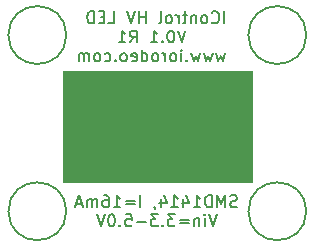
<source format=gbo>
%TF.GenerationSoftware,KiCad,Pcbnew,9.0.4-9.0.4-0~ubuntu22.04.1*%
%TF.CreationDate,2026-02-19T12:30:54-08:00*%
%TF.ProjectId,SMD1414_16mA,534d4431-3431-4345-9f31-366d412e6b69,rev?*%
%TF.SameCoordinates,Original*%
%TF.FileFunction,Legend,Bot*%
%TF.FilePolarity,Positive*%
%FSLAX46Y46*%
G04 Gerber Fmt 4.6, Leading zero omitted, Abs format (unit mm)*
G04 Created by KiCad (PCBNEW 9.0.4-9.0.4-0~ubuntu22.04.1) date 2026-02-19 12:30:54*
%MOMM*%
%LPD*%
G01*
G04 APERTURE LIST*
%ADD10C,0.120000*%
%ADD11C,0.150000*%
G04 APERTURE END LIST*
D10*
X54700000Y-55600000D02*
X70700000Y-55600000D01*
X70700000Y-65000000D01*
X54700000Y-65000000D01*
X54700000Y-55600000D01*
G36*
X54700000Y-55600000D02*
G01*
X70700000Y-55600000D01*
X70700000Y-65000000D01*
X54700000Y-65000000D01*
X54700000Y-55600000D01*
G37*
D11*
X69435713Y-67057200D02*
X69292856Y-67104819D01*
X69292856Y-67104819D02*
X69054761Y-67104819D01*
X69054761Y-67104819D02*
X68959523Y-67057200D01*
X68959523Y-67057200D02*
X68911904Y-67009580D01*
X68911904Y-67009580D02*
X68864285Y-66914342D01*
X68864285Y-66914342D02*
X68864285Y-66819104D01*
X68864285Y-66819104D02*
X68911904Y-66723866D01*
X68911904Y-66723866D02*
X68959523Y-66676247D01*
X68959523Y-66676247D02*
X69054761Y-66628628D01*
X69054761Y-66628628D02*
X69245237Y-66581009D01*
X69245237Y-66581009D02*
X69340475Y-66533390D01*
X69340475Y-66533390D02*
X69388094Y-66485771D01*
X69388094Y-66485771D02*
X69435713Y-66390533D01*
X69435713Y-66390533D02*
X69435713Y-66295295D01*
X69435713Y-66295295D02*
X69388094Y-66200057D01*
X69388094Y-66200057D02*
X69340475Y-66152438D01*
X69340475Y-66152438D02*
X69245237Y-66104819D01*
X69245237Y-66104819D02*
X69007142Y-66104819D01*
X69007142Y-66104819D02*
X68864285Y-66152438D01*
X68435713Y-67104819D02*
X68435713Y-66104819D01*
X68435713Y-66104819D02*
X68102380Y-66819104D01*
X68102380Y-66819104D02*
X67769047Y-66104819D01*
X67769047Y-66104819D02*
X67769047Y-67104819D01*
X67292856Y-67104819D02*
X67292856Y-66104819D01*
X67292856Y-66104819D02*
X67054761Y-66104819D01*
X67054761Y-66104819D02*
X66911904Y-66152438D01*
X66911904Y-66152438D02*
X66816666Y-66247676D01*
X66816666Y-66247676D02*
X66769047Y-66342914D01*
X66769047Y-66342914D02*
X66721428Y-66533390D01*
X66721428Y-66533390D02*
X66721428Y-66676247D01*
X66721428Y-66676247D02*
X66769047Y-66866723D01*
X66769047Y-66866723D02*
X66816666Y-66961961D01*
X66816666Y-66961961D02*
X66911904Y-67057200D01*
X66911904Y-67057200D02*
X67054761Y-67104819D01*
X67054761Y-67104819D02*
X67292856Y-67104819D01*
X65769047Y-67104819D02*
X66340475Y-67104819D01*
X66054761Y-67104819D02*
X66054761Y-66104819D01*
X66054761Y-66104819D02*
X66149999Y-66247676D01*
X66149999Y-66247676D02*
X66245237Y-66342914D01*
X66245237Y-66342914D02*
X66340475Y-66390533D01*
X64911904Y-66438152D02*
X64911904Y-67104819D01*
X65149999Y-66057200D02*
X65388094Y-66771485D01*
X65388094Y-66771485D02*
X64769047Y-66771485D01*
X63864285Y-67104819D02*
X64435713Y-67104819D01*
X64149999Y-67104819D02*
X64149999Y-66104819D01*
X64149999Y-66104819D02*
X64245237Y-66247676D01*
X64245237Y-66247676D02*
X64340475Y-66342914D01*
X64340475Y-66342914D02*
X64435713Y-66390533D01*
X63007142Y-66438152D02*
X63007142Y-67104819D01*
X63245237Y-66057200D02*
X63483332Y-66771485D01*
X63483332Y-66771485D02*
X62864285Y-66771485D01*
X62435713Y-67057200D02*
X62435713Y-67104819D01*
X62435713Y-67104819D02*
X62483332Y-67200057D01*
X62483332Y-67200057D02*
X62530951Y-67247676D01*
X61245237Y-67104819D02*
X61245237Y-66104819D01*
X60769047Y-66581009D02*
X60007143Y-66581009D01*
X60007143Y-66866723D02*
X60769047Y-66866723D01*
X59007143Y-67104819D02*
X59578571Y-67104819D01*
X59292857Y-67104819D02*
X59292857Y-66104819D01*
X59292857Y-66104819D02*
X59388095Y-66247676D01*
X59388095Y-66247676D02*
X59483333Y-66342914D01*
X59483333Y-66342914D02*
X59578571Y-66390533D01*
X58150000Y-66104819D02*
X58340476Y-66104819D01*
X58340476Y-66104819D02*
X58435714Y-66152438D01*
X58435714Y-66152438D02*
X58483333Y-66200057D01*
X58483333Y-66200057D02*
X58578571Y-66342914D01*
X58578571Y-66342914D02*
X58626190Y-66533390D01*
X58626190Y-66533390D02*
X58626190Y-66914342D01*
X58626190Y-66914342D02*
X58578571Y-67009580D01*
X58578571Y-67009580D02*
X58530952Y-67057200D01*
X58530952Y-67057200D02*
X58435714Y-67104819D01*
X58435714Y-67104819D02*
X58245238Y-67104819D01*
X58245238Y-67104819D02*
X58150000Y-67057200D01*
X58150000Y-67057200D02*
X58102381Y-67009580D01*
X58102381Y-67009580D02*
X58054762Y-66914342D01*
X58054762Y-66914342D02*
X58054762Y-66676247D01*
X58054762Y-66676247D02*
X58102381Y-66581009D01*
X58102381Y-66581009D02*
X58150000Y-66533390D01*
X58150000Y-66533390D02*
X58245238Y-66485771D01*
X58245238Y-66485771D02*
X58435714Y-66485771D01*
X58435714Y-66485771D02*
X58530952Y-66533390D01*
X58530952Y-66533390D02*
X58578571Y-66581009D01*
X58578571Y-66581009D02*
X58626190Y-66676247D01*
X57626190Y-67104819D02*
X57626190Y-66438152D01*
X57626190Y-66533390D02*
X57578571Y-66485771D01*
X57578571Y-66485771D02*
X57483333Y-66438152D01*
X57483333Y-66438152D02*
X57340476Y-66438152D01*
X57340476Y-66438152D02*
X57245238Y-66485771D01*
X57245238Y-66485771D02*
X57197619Y-66581009D01*
X57197619Y-66581009D02*
X57197619Y-67104819D01*
X57197619Y-66581009D02*
X57150000Y-66485771D01*
X57150000Y-66485771D02*
X57054762Y-66438152D01*
X57054762Y-66438152D02*
X56911905Y-66438152D01*
X56911905Y-66438152D02*
X56816666Y-66485771D01*
X56816666Y-66485771D02*
X56769047Y-66581009D01*
X56769047Y-66581009D02*
X56769047Y-67104819D01*
X56340476Y-66819104D02*
X55864286Y-66819104D01*
X56435714Y-67104819D02*
X56102381Y-66104819D01*
X56102381Y-66104819D02*
X55769048Y-67104819D01*
X67721427Y-67714763D02*
X67388094Y-68714763D01*
X67388094Y-68714763D02*
X67054761Y-67714763D01*
X66721427Y-68714763D02*
X66721427Y-68048096D01*
X66721427Y-67714763D02*
X66769046Y-67762382D01*
X66769046Y-67762382D02*
X66721427Y-67810001D01*
X66721427Y-67810001D02*
X66673808Y-67762382D01*
X66673808Y-67762382D02*
X66721427Y-67714763D01*
X66721427Y-67714763D02*
X66721427Y-67810001D01*
X66245237Y-68048096D02*
X66245237Y-68714763D01*
X66245237Y-68143334D02*
X66197618Y-68095715D01*
X66197618Y-68095715D02*
X66102380Y-68048096D01*
X66102380Y-68048096D02*
X65959523Y-68048096D01*
X65959523Y-68048096D02*
X65864285Y-68095715D01*
X65864285Y-68095715D02*
X65816666Y-68190953D01*
X65816666Y-68190953D02*
X65816666Y-68714763D01*
X65340475Y-68190953D02*
X64578571Y-68190953D01*
X64578571Y-68476667D02*
X65340475Y-68476667D01*
X64197618Y-67714763D02*
X63578571Y-67714763D01*
X63578571Y-67714763D02*
X63911904Y-68095715D01*
X63911904Y-68095715D02*
X63769047Y-68095715D01*
X63769047Y-68095715D02*
X63673809Y-68143334D01*
X63673809Y-68143334D02*
X63626190Y-68190953D01*
X63626190Y-68190953D02*
X63578571Y-68286191D01*
X63578571Y-68286191D02*
X63578571Y-68524286D01*
X63578571Y-68524286D02*
X63626190Y-68619524D01*
X63626190Y-68619524D02*
X63673809Y-68667144D01*
X63673809Y-68667144D02*
X63769047Y-68714763D01*
X63769047Y-68714763D02*
X64054761Y-68714763D01*
X64054761Y-68714763D02*
X64149999Y-68667144D01*
X64149999Y-68667144D02*
X64197618Y-68619524D01*
X63149999Y-68619524D02*
X63102380Y-68667144D01*
X63102380Y-68667144D02*
X63149999Y-68714763D01*
X63149999Y-68714763D02*
X63197618Y-68667144D01*
X63197618Y-68667144D02*
X63149999Y-68619524D01*
X63149999Y-68619524D02*
X63149999Y-68714763D01*
X62769047Y-67714763D02*
X62150000Y-67714763D01*
X62150000Y-67714763D02*
X62483333Y-68095715D01*
X62483333Y-68095715D02*
X62340476Y-68095715D01*
X62340476Y-68095715D02*
X62245238Y-68143334D01*
X62245238Y-68143334D02*
X62197619Y-68190953D01*
X62197619Y-68190953D02*
X62150000Y-68286191D01*
X62150000Y-68286191D02*
X62150000Y-68524286D01*
X62150000Y-68524286D02*
X62197619Y-68619524D01*
X62197619Y-68619524D02*
X62245238Y-68667144D01*
X62245238Y-68667144D02*
X62340476Y-68714763D01*
X62340476Y-68714763D02*
X62626190Y-68714763D01*
X62626190Y-68714763D02*
X62721428Y-68667144D01*
X62721428Y-68667144D02*
X62769047Y-68619524D01*
X61721428Y-68333810D02*
X60959524Y-68333810D01*
X60007143Y-67714763D02*
X60483333Y-67714763D01*
X60483333Y-67714763D02*
X60530952Y-68190953D01*
X60530952Y-68190953D02*
X60483333Y-68143334D01*
X60483333Y-68143334D02*
X60388095Y-68095715D01*
X60388095Y-68095715D02*
X60150000Y-68095715D01*
X60150000Y-68095715D02*
X60054762Y-68143334D01*
X60054762Y-68143334D02*
X60007143Y-68190953D01*
X60007143Y-68190953D02*
X59959524Y-68286191D01*
X59959524Y-68286191D02*
X59959524Y-68524286D01*
X59959524Y-68524286D02*
X60007143Y-68619524D01*
X60007143Y-68619524D02*
X60054762Y-68667144D01*
X60054762Y-68667144D02*
X60150000Y-68714763D01*
X60150000Y-68714763D02*
X60388095Y-68714763D01*
X60388095Y-68714763D02*
X60483333Y-68667144D01*
X60483333Y-68667144D02*
X60530952Y-68619524D01*
X59530952Y-68619524D02*
X59483333Y-68667144D01*
X59483333Y-68667144D02*
X59530952Y-68714763D01*
X59530952Y-68714763D02*
X59578571Y-68667144D01*
X59578571Y-68667144D02*
X59530952Y-68619524D01*
X59530952Y-68619524D02*
X59530952Y-68714763D01*
X58864286Y-67714763D02*
X58769048Y-67714763D01*
X58769048Y-67714763D02*
X58673810Y-67762382D01*
X58673810Y-67762382D02*
X58626191Y-67810001D01*
X58626191Y-67810001D02*
X58578572Y-67905239D01*
X58578572Y-67905239D02*
X58530953Y-68095715D01*
X58530953Y-68095715D02*
X58530953Y-68333810D01*
X58530953Y-68333810D02*
X58578572Y-68524286D01*
X58578572Y-68524286D02*
X58626191Y-68619524D01*
X58626191Y-68619524D02*
X58673810Y-68667144D01*
X58673810Y-68667144D02*
X58769048Y-68714763D01*
X58769048Y-68714763D02*
X58864286Y-68714763D01*
X58864286Y-68714763D02*
X58959524Y-68667144D01*
X58959524Y-68667144D02*
X59007143Y-68619524D01*
X59007143Y-68619524D02*
X59054762Y-68524286D01*
X59054762Y-68524286D02*
X59102381Y-68333810D01*
X59102381Y-68333810D02*
X59102381Y-68095715D01*
X59102381Y-68095715D02*
X59054762Y-67905239D01*
X59054762Y-67905239D02*
X59007143Y-67810001D01*
X59007143Y-67810001D02*
X58959524Y-67762382D01*
X58959524Y-67762382D02*
X58864286Y-67714763D01*
X58245238Y-67714763D02*
X57911905Y-68714763D01*
X57911905Y-68714763D02*
X57578572Y-67714763D01*
X68366667Y-51544875D02*
X68366667Y-50544875D01*
X67319049Y-51449636D02*
X67366668Y-51497256D01*
X67366668Y-51497256D02*
X67509525Y-51544875D01*
X67509525Y-51544875D02*
X67604763Y-51544875D01*
X67604763Y-51544875D02*
X67747620Y-51497256D01*
X67747620Y-51497256D02*
X67842858Y-51402017D01*
X67842858Y-51402017D02*
X67890477Y-51306779D01*
X67890477Y-51306779D02*
X67938096Y-51116303D01*
X67938096Y-51116303D02*
X67938096Y-50973446D01*
X67938096Y-50973446D02*
X67890477Y-50782970D01*
X67890477Y-50782970D02*
X67842858Y-50687732D01*
X67842858Y-50687732D02*
X67747620Y-50592494D01*
X67747620Y-50592494D02*
X67604763Y-50544875D01*
X67604763Y-50544875D02*
X67509525Y-50544875D01*
X67509525Y-50544875D02*
X67366668Y-50592494D01*
X67366668Y-50592494D02*
X67319049Y-50640113D01*
X66747620Y-51544875D02*
X66842858Y-51497256D01*
X66842858Y-51497256D02*
X66890477Y-51449636D01*
X66890477Y-51449636D02*
X66938096Y-51354398D01*
X66938096Y-51354398D02*
X66938096Y-51068684D01*
X66938096Y-51068684D02*
X66890477Y-50973446D01*
X66890477Y-50973446D02*
X66842858Y-50925827D01*
X66842858Y-50925827D02*
X66747620Y-50878208D01*
X66747620Y-50878208D02*
X66604763Y-50878208D01*
X66604763Y-50878208D02*
X66509525Y-50925827D01*
X66509525Y-50925827D02*
X66461906Y-50973446D01*
X66461906Y-50973446D02*
X66414287Y-51068684D01*
X66414287Y-51068684D02*
X66414287Y-51354398D01*
X66414287Y-51354398D02*
X66461906Y-51449636D01*
X66461906Y-51449636D02*
X66509525Y-51497256D01*
X66509525Y-51497256D02*
X66604763Y-51544875D01*
X66604763Y-51544875D02*
X66747620Y-51544875D01*
X65985715Y-50878208D02*
X65985715Y-51544875D01*
X65985715Y-50973446D02*
X65938096Y-50925827D01*
X65938096Y-50925827D02*
X65842858Y-50878208D01*
X65842858Y-50878208D02*
X65700001Y-50878208D01*
X65700001Y-50878208D02*
X65604763Y-50925827D01*
X65604763Y-50925827D02*
X65557144Y-51021065D01*
X65557144Y-51021065D02*
X65557144Y-51544875D01*
X65223810Y-50878208D02*
X64842858Y-50878208D01*
X65080953Y-50544875D02*
X65080953Y-51402017D01*
X65080953Y-51402017D02*
X65033334Y-51497256D01*
X65033334Y-51497256D02*
X64938096Y-51544875D01*
X64938096Y-51544875D02*
X64842858Y-51544875D01*
X64509524Y-51544875D02*
X64509524Y-50878208D01*
X64509524Y-51068684D02*
X64461905Y-50973446D01*
X64461905Y-50973446D02*
X64414286Y-50925827D01*
X64414286Y-50925827D02*
X64319048Y-50878208D01*
X64319048Y-50878208D02*
X64223810Y-50878208D01*
X63747619Y-51544875D02*
X63842857Y-51497256D01*
X63842857Y-51497256D02*
X63890476Y-51449636D01*
X63890476Y-51449636D02*
X63938095Y-51354398D01*
X63938095Y-51354398D02*
X63938095Y-51068684D01*
X63938095Y-51068684D02*
X63890476Y-50973446D01*
X63890476Y-50973446D02*
X63842857Y-50925827D01*
X63842857Y-50925827D02*
X63747619Y-50878208D01*
X63747619Y-50878208D02*
X63604762Y-50878208D01*
X63604762Y-50878208D02*
X63509524Y-50925827D01*
X63509524Y-50925827D02*
X63461905Y-50973446D01*
X63461905Y-50973446D02*
X63414286Y-51068684D01*
X63414286Y-51068684D02*
X63414286Y-51354398D01*
X63414286Y-51354398D02*
X63461905Y-51449636D01*
X63461905Y-51449636D02*
X63509524Y-51497256D01*
X63509524Y-51497256D02*
X63604762Y-51544875D01*
X63604762Y-51544875D02*
X63747619Y-51544875D01*
X62842857Y-51544875D02*
X62938095Y-51497256D01*
X62938095Y-51497256D02*
X62985714Y-51402017D01*
X62985714Y-51402017D02*
X62985714Y-50544875D01*
X61699999Y-51544875D02*
X61699999Y-50544875D01*
X61699999Y-51021065D02*
X61128571Y-51021065D01*
X61128571Y-51544875D02*
X61128571Y-50544875D01*
X60795237Y-50544875D02*
X60461904Y-51544875D01*
X60461904Y-51544875D02*
X60128571Y-50544875D01*
X58557142Y-51544875D02*
X59033332Y-51544875D01*
X59033332Y-51544875D02*
X59033332Y-50544875D01*
X58223808Y-51021065D02*
X57890475Y-51021065D01*
X57747618Y-51544875D02*
X58223808Y-51544875D01*
X58223808Y-51544875D02*
X58223808Y-50544875D01*
X58223808Y-50544875D02*
X57747618Y-50544875D01*
X57319046Y-51544875D02*
X57319046Y-50544875D01*
X57319046Y-50544875D02*
X57080951Y-50544875D01*
X57080951Y-50544875D02*
X56938094Y-50592494D01*
X56938094Y-50592494D02*
X56842856Y-50687732D01*
X56842856Y-50687732D02*
X56795237Y-50782970D01*
X56795237Y-50782970D02*
X56747618Y-50973446D01*
X56747618Y-50973446D02*
X56747618Y-51116303D01*
X56747618Y-51116303D02*
X56795237Y-51306779D01*
X56795237Y-51306779D02*
X56842856Y-51402017D01*
X56842856Y-51402017D02*
X56938094Y-51497256D01*
X56938094Y-51497256D02*
X57080951Y-51544875D01*
X57080951Y-51544875D02*
X57319046Y-51544875D01*
X65080951Y-52154819D02*
X64747618Y-53154819D01*
X64747618Y-53154819D02*
X64414285Y-52154819D01*
X63890475Y-52154819D02*
X63795237Y-52154819D01*
X63795237Y-52154819D02*
X63699999Y-52202438D01*
X63699999Y-52202438D02*
X63652380Y-52250057D01*
X63652380Y-52250057D02*
X63604761Y-52345295D01*
X63604761Y-52345295D02*
X63557142Y-52535771D01*
X63557142Y-52535771D02*
X63557142Y-52773866D01*
X63557142Y-52773866D02*
X63604761Y-52964342D01*
X63604761Y-52964342D02*
X63652380Y-53059580D01*
X63652380Y-53059580D02*
X63699999Y-53107200D01*
X63699999Y-53107200D02*
X63795237Y-53154819D01*
X63795237Y-53154819D02*
X63890475Y-53154819D01*
X63890475Y-53154819D02*
X63985713Y-53107200D01*
X63985713Y-53107200D02*
X64033332Y-53059580D01*
X64033332Y-53059580D02*
X64080951Y-52964342D01*
X64080951Y-52964342D02*
X64128570Y-52773866D01*
X64128570Y-52773866D02*
X64128570Y-52535771D01*
X64128570Y-52535771D02*
X64080951Y-52345295D01*
X64080951Y-52345295D02*
X64033332Y-52250057D01*
X64033332Y-52250057D02*
X63985713Y-52202438D01*
X63985713Y-52202438D02*
X63890475Y-52154819D01*
X63128570Y-53059580D02*
X63080951Y-53107200D01*
X63080951Y-53107200D02*
X63128570Y-53154819D01*
X63128570Y-53154819D02*
X63176189Y-53107200D01*
X63176189Y-53107200D02*
X63128570Y-53059580D01*
X63128570Y-53059580D02*
X63128570Y-53154819D01*
X62128571Y-53154819D02*
X62699999Y-53154819D01*
X62414285Y-53154819D02*
X62414285Y-52154819D01*
X62414285Y-52154819D02*
X62509523Y-52297676D01*
X62509523Y-52297676D02*
X62604761Y-52392914D01*
X62604761Y-52392914D02*
X62699999Y-52440533D01*
X60366666Y-53154819D02*
X60699999Y-52678628D01*
X60938094Y-53154819D02*
X60938094Y-52154819D01*
X60938094Y-52154819D02*
X60557142Y-52154819D01*
X60557142Y-52154819D02*
X60461904Y-52202438D01*
X60461904Y-52202438D02*
X60414285Y-52250057D01*
X60414285Y-52250057D02*
X60366666Y-52345295D01*
X60366666Y-52345295D02*
X60366666Y-52488152D01*
X60366666Y-52488152D02*
X60414285Y-52583390D01*
X60414285Y-52583390D02*
X60461904Y-52631009D01*
X60461904Y-52631009D02*
X60557142Y-52678628D01*
X60557142Y-52678628D02*
X60938094Y-52678628D01*
X59414285Y-53154819D02*
X59985713Y-53154819D01*
X59699999Y-53154819D02*
X59699999Y-52154819D01*
X59699999Y-52154819D02*
X59795237Y-52297676D01*
X59795237Y-52297676D02*
X59890475Y-52392914D01*
X59890475Y-52392914D02*
X59985713Y-52440533D01*
X68438094Y-54098096D02*
X68247618Y-54764763D01*
X68247618Y-54764763D02*
X68057142Y-54288572D01*
X68057142Y-54288572D02*
X67866666Y-54764763D01*
X67866666Y-54764763D02*
X67676190Y-54098096D01*
X67390475Y-54098096D02*
X67199999Y-54764763D01*
X67199999Y-54764763D02*
X67009523Y-54288572D01*
X67009523Y-54288572D02*
X66819047Y-54764763D01*
X66819047Y-54764763D02*
X66628571Y-54098096D01*
X66342856Y-54098096D02*
X66152380Y-54764763D01*
X66152380Y-54764763D02*
X65961904Y-54288572D01*
X65961904Y-54288572D02*
X65771428Y-54764763D01*
X65771428Y-54764763D02*
X65580952Y-54098096D01*
X65199999Y-54669524D02*
X65152380Y-54717144D01*
X65152380Y-54717144D02*
X65199999Y-54764763D01*
X65199999Y-54764763D02*
X65247618Y-54717144D01*
X65247618Y-54717144D02*
X65199999Y-54669524D01*
X65199999Y-54669524D02*
X65199999Y-54764763D01*
X64723809Y-54764763D02*
X64723809Y-54098096D01*
X64723809Y-53764763D02*
X64771428Y-53812382D01*
X64771428Y-53812382D02*
X64723809Y-53860001D01*
X64723809Y-53860001D02*
X64676190Y-53812382D01*
X64676190Y-53812382D02*
X64723809Y-53764763D01*
X64723809Y-53764763D02*
X64723809Y-53860001D01*
X64104762Y-54764763D02*
X64200000Y-54717144D01*
X64200000Y-54717144D02*
X64247619Y-54669524D01*
X64247619Y-54669524D02*
X64295238Y-54574286D01*
X64295238Y-54574286D02*
X64295238Y-54288572D01*
X64295238Y-54288572D02*
X64247619Y-54193334D01*
X64247619Y-54193334D02*
X64200000Y-54145715D01*
X64200000Y-54145715D02*
X64104762Y-54098096D01*
X64104762Y-54098096D02*
X63961905Y-54098096D01*
X63961905Y-54098096D02*
X63866667Y-54145715D01*
X63866667Y-54145715D02*
X63819048Y-54193334D01*
X63819048Y-54193334D02*
X63771429Y-54288572D01*
X63771429Y-54288572D02*
X63771429Y-54574286D01*
X63771429Y-54574286D02*
X63819048Y-54669524D01*
X63819048Y-54669524D02*
X63866667Y-54717144D01*
X63866667Y-54717144D02*
X63961905Y-54764763D01*
X63961905Y-54764763D02*
X64104762Y-54764763D01*
X63342857Y-54764763D02*
X63342857Y-54098096D01*
X63342857Y-54288572D02*
X63295238Y-54193334D01*
X63295238Y-54193334D02*
X63247619Y-54145715D01*
X63247619Y-54145715D02*
X63152381Y-54098096D01*
X63152381Y-54098096D02*
X63057143Y-54098096D01*
X62580952Y-54764763D02*
X62676190Y-54717144D01*
X62676190Y-54717144D02*
X62723809Y-54669524D01*
X62723809Y-54669524D02*
X62771428Y-54574286D01*
X62771428Y-54574286D02*
X62771428Y-54288572D01*
X62771428Y-54288572D02*
X62723809Y-54193334D01*
X62723809Y-54193334D02*
X62676190Y-54145715D01*
X62676190Y-54145715D02*
X62580952Y-54098096D01*
X62580952Y-54098096D02*
X62438095Y-54098096D01*
X62438095Y-54098096D02*
X62342857Y-54145715D01*
X62342857Y-54145715D02*
X62295238Y-54193334D01*
X62295238Y-54193334D02*
X62247619Y-54288572D01*
X62247619Y-54288572D02*
X62247619Y-54574286D01*
X62247619Y-54574286D02*
X62295238Y-54669524D01*
X62295238Y-54669524D02*
X62342857Y-54717144D01*
X62342857Y-54717144D02*
X62438095Y-54764763D01*
X62438095Y-54764763D02*
X62580952Y-54764763D01*
X61390476Y-54764763D02*
X61390476Y-53764763D01*
X61390476Y-54717144D02*
X61485714Y-54764763D01*
X61485714Y-54764763D02*
X61676190Y-54764763D01*
X61676190Y-54764763D02*
X61771428Y-54717144D01*
X61771428Y-54717144D02*
X61819047Y-54669524D01*
X61819047Y-54669524D02*
X61866666Y-54574286D01*
X61866666Y-54574286D02*
X61866666Y-54288572D01*
X61866666Y-54288572D02*
X61819047Y-54193334D01*
X61819047Y-54193334D02*
X61771428Y-54145715D01*
X61771428Y-54145715D02*
X61676190Y-54098096D01*
X61676190Y-54098096D02*
X61485714Y-54098096D01*
X61485714Y-54098096D02*
X61390476Y-54145715D01*
X60533333Y-54717144D02*
X60628571Y-54764763D01*
X60628571Y-54764763D02*
X60819047Y-54764763D01*
X60819047Y-54764763D02*
X60914285Y-54717144D01*
X60914285Y-54717144D02*
X60961904Y-54621905D01*
X60961904Y-54621905D02*
X60961904Y-54240953D01*
X60961904Y-54240953D02*
X60914285Y-54145715D01*
X60914285Y-54145715D02*
X60819047Y-54098096D01*
X60819047Y-54098096D02*
X60628571Y-54098096D01*
X60628571Y-54098096D02*
X60533333Y-54145715D01*
X60533333Y-54145715D02*
X60485714Y-54240953D01*
X60485714Y-54240953D02*
X60485714Y-54336191D01*
X60485714Y-54336191D02*
X60961904Y-54431429D01*
X59914285Y-54764763D02*
X60009523Y-54717144D01*
X60009523Y-54717144D02*
X60057142Y-54669524D01*
X60057142Y-54669524D02*
X60104761Y-54574286D01*
X60104761Y-54574286D02*
X60104761Y-54288572D01*
X60104761Y-54288572D02*
X60057142Y-54193334D01*
X60057142Y-54193334D02*
X60009523Y-54145715D01*
X60009523Y-54145715D02*
X59914285Y-54098096D01*
X59914285Y-54098096D02*
X59771428Y-54098096D01*
X59771428Y-54098096D02*
X59676190Y-54145715D01*
X59676190Y-54145715D02*
X59628571Y-54193334D01*
X59628571Y-54193334D02*
X59580952Y-54288572D01*
X59580952Y-54288572D02*
X59580952Y-54574286D01*
X59580952Y-54574286D02*
X59628571Y-54669524D01*
X59628571Y-54669524D02*
X59676190Y-54717144D01*
X59676190Y-54717144D02*
X59771428Y-54764763D01*
X59771428Y-54764763D02*
X59914285Y-54764763D01*
X59152380Y-54669524D02*
X59104761Y-54717144D01*
X59104761Y-54717144D02*
X59152380Y-54764763D01*
X59152380Y-54764763D02*
X59199999Y-54717144D01*
X59199999Y-54717144D02*
X59152380Y-54669524D01*
X59152380Y-54669524D02*
X59152380Y-54764763D01*
X58247619Y-54717144D02*
X58342857Y-54764763D01*
X58342857Y-54764763D02*
X58533333Y-54764763D01*
X58533333Y-54764763D02*
X58628571Y-54717144D01*
X58628571Y-54717144D02*
X58676190Y-54669524D01*
X58676190Y-54669524D02*
X58723809Y-54574286D01*
X58723809Y-54574286D02*
X58723809Y-54288572D01*
X58723809Y-54288572D02*
X58676190Y-54193334D01*
X58676190Y-54193334D02*
X58628571Y-54145715D01*
X58628571Y-54145715D02*
X58533333Y-54098096D01*
X58533333Y-54098096D02*
X58342857Y-54098096D01*
X58342857Y-54098096D02*
X58247619Y-54145715D01*
X57676190Y-54764763D02*
X57771428Y-54717144D01*
X57771428Y-54717144D02*
X57819047Y-54669524D01*
X57819047Y-54669524D02*
X57866666Y-54574286D01*
X57866666Y-54574286D02*
X57866666Y-54288572D01*
X57866666Y-54288572D02*
X57819047Y-54193334D01*
X57819047Y-54193334D02*
X57771428Y-54145715D01*
X57771428Y-54145715D02*
X57676190Y-54098096D01*
X57676190Y-54098096D02*
X57533333Y-54098096D01*
X57533333Y-54098096D02*
X57438095Y-54145715D01*
X57438095Y-54145715D02*
X57390476Y-54193334D01*
X57390476Y-54193334D02*
X57342857Y-54288572D01*
X57342857Y-54288572D02*
X57342857Y-54574286D01*
X57342857Y-54574286D02*
X57390476Y-54669524D01*
X57390476Y-54669524D02*
X57438095Y-54717144D01*
X57438095Y-54717144D02*
X57533333Y-54764763D01*
X57533333Y-54764763D02*
X57676190Y-54764763D01*
X56914285Y-54764763D02*
X56914285Y-54098096D01*
X56914285Y-54193334D02*
X56866666Y-54145715D01*
X56866666Y-54145715D02*
X56771428Y-54098096D01*
X56771428Y-54098096D02*
X56628571Y-54098096D01*
X56628571Y-54098096D02*
X56533333Y-54145715D01*
X56533333Y-54145715D02*
X56485714Y-54240953D01*
X56485714Y-54240953D02*
X56485714Y-54764763D01*
X56485714Y-54240953D02*
X56438095Y-54145715D01*
X56438095Y-54145715D02*
X56342857Y-54098096D01*
X56342857Y-54098096D02*
X56200000Y-54098096D01*
X56200000Y-54098096D02*
X56104761Y-54145715D01*
X56104761Y-54145715D02*
X56057142Y-54240953D01*
X56057142Y-54240953D02*
X56057142Y-54764763D01*
%TO.C,M1*%
X54990000Y-52540000D02*
G75*
G02*
X50090000Y-52540000I-2450000J0D01*
G01*
X50090000Y-52540000D02*
G75*
G02*
X54990000Y-52540000I2450000J0D01*
G01*
%TO.C,M2*%
X75310000Y-52540000D02*
G75*
G02*
X70410000Y-52540000I-2450000J0D01*
G01*
X70410000Y-52540000D02*
G75*
G02*
X75310000Y-52540000I2450000J0D01*
G01*
%TO.C,M3*%
X75310000Y-67460000D02*
G75*
G02*
X70410000Y-67460000I-2450000J0D01*
G01*
X70410000Y-67460000D02*
G75*
G02*
X75310000Y-67460000I2450000J0D01*
G01*
%TO.C,M4*%
X54990000Y-67460000D02*
G75*
G02*
X50090000Y-67460000I-2450000J0D01*
G01*
X50090000Y-67460000D02*
G75*
G02*
X54990000Y-67460000I2450000J0D01*
G01*
%TD*%
M02*

</source>
